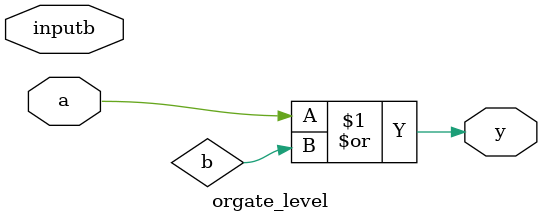
<source format=v>



module orgate_level(output y,input a, inputb);

//input x,y;
//output z;

or(y,a,b);

endmodule
</source>
